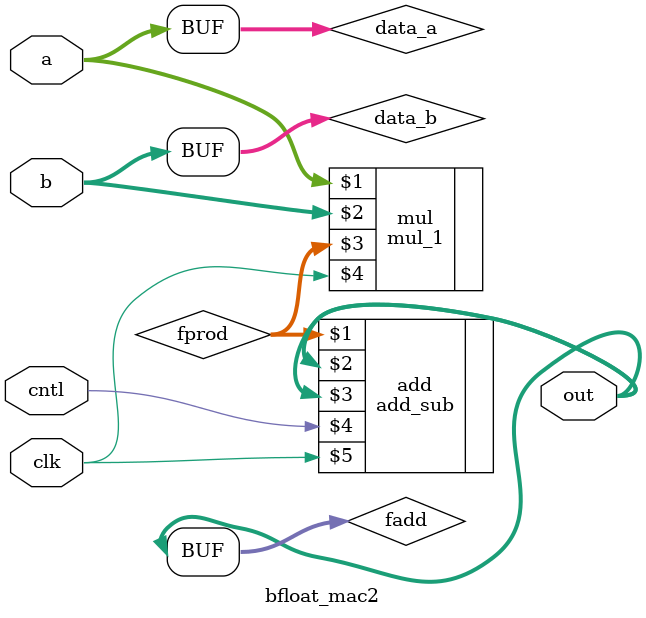
<source format=sv>
`timescale 1ns / 1ps


module bfloat_mac2(a,b,cntl,clk,out);
input bit [15:0]a,b;
input bit  clk;
input bit  cntl;// cntl = 1, sub else add
output bit [15:0]out;
bit [15:0] fprod, fadd; // output for adder and multiplier
bit [15:0] data_a, data_b, fprod1;//dunno why fprod1 is here

always@(*)
begin
data_a<=a;
data_b<=b;
end

mul_1 mul(data_a,data_b,fprod,clk);
add_sub add(fprod,out,fadd,cntl,clk);

assign out=fadd;

endmodule
</source>
